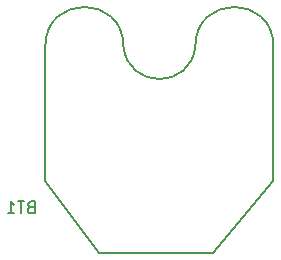
<source format=gbo>
G04 #@! TF.GenerationSoftware,KiCad,Pcbnew,5.0.1*
G04 #@! TF.CreationDate,2019-01-11T11:30:50+00:00*
G04 #@! TF.ProjectId,lc1,6C63312E6B696361645F706362000000,rev?*
G04 #@! TF.SameCoordinates,Original*
G04 #@! TF.FileFunction,Legend,Bot*
G04 #@! TF.FilePolarity,Positive*
%FSLAX46Y46*%
G04 Gerber Fmt 4.6, Leading zero omitted, Abs format (unit mm)*
G04 Created by KiCad (PCBNEW 5.0.1) date Fri 11 Jan 2019 11:30:50 GMT*
%MOMM*%
%LPD*%
G01*
G04 APERTURE LIST*
%ADD10C,0.150000*%
G04 APERTURE END LIST*
D10*
G04 #@! TO.C,BT1*
X153416000Y-125476000D02*
X158496000Y-119380000D01*
X143764000Y-125476000D02*
X139192000Y-119380000D01*
X153416000Y-125476000D02*
X143764000Y-125476000D01*
X139192000Y-119380000D02*
X139192000Y-113284000D01*
X139192000Y-113284000D02*
X139192000Y-107950000D01*
X158496000Y-119380000D02*
X158496000Y-113284000D01*
X158496000Y-113538000D02*
X158496000Y-107950000D01*
X145796000Y-107950000D02*
G75*
G03X139192000Y-107950000I-3302000J0D01*
G01*
X158496000Y-107950000D02*
G75*
G03X151892000Y-107950000I-3302000J0D01*
G01*
X145797997Y-107972910D02*
G75*
G03X151891999Y-107949999I3046003J276910D01*
G01*
X137945714Y-121594571D02*
X137802857Y-121642190D01*
X137755238Y-121689809D01*
X137707619Y-121785047D01*
X137707619Y-121927904D01*
X137755238Y-122023142D01*
X137802857Y-122070761D01*
X137898095Y-122118380D01*
X138279047Y-122118380D01*
X138279047Y-121118380D01*
X137945714Y-121118380D01*
X137850476Y-121166000D01*
X137802857Y-121213619D01*
X137755238Y-121308857D01*
X137755238Y-121404095D01*
X137802857Y-121499333D01*
X137850476Y-121546952D01*
X137945714Y-121594571D01*
X138279047Y-121594571D01*
X137421904Y-121118380D02*
X136850476Y-121118380D01*
X137136190Y-122118380D02*
X137136190Y-121118380D01*
X135993333Y-122118380D02*
X136564761Y-122118380D01*
X136279047Y-122118380D02*
X136279047Y-121118380D01*
X136374285Y-121261238D01*
X136469523Y-121356476D01*
X136564761Y-121404095D01*
G04 #@! TD*
M02*

</source>
